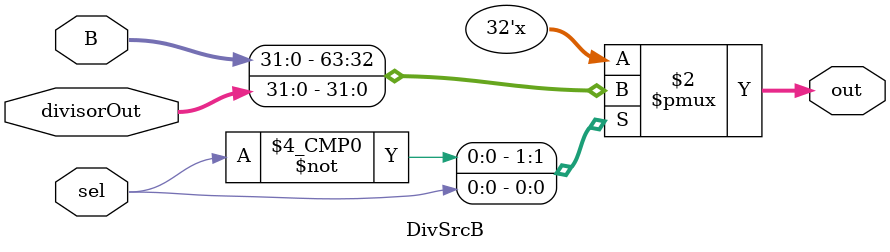
<source format=v>
module DivSrcB(
    input [31:0] B,
    input [31:0] divisorOut,
    input sel,
    output reg [31:0] out
);

always @* begin
    case (sel)
    1'b0: out = B;
    1'b1: out = divisorOut;
    endcase
end
endmodule
</source>
